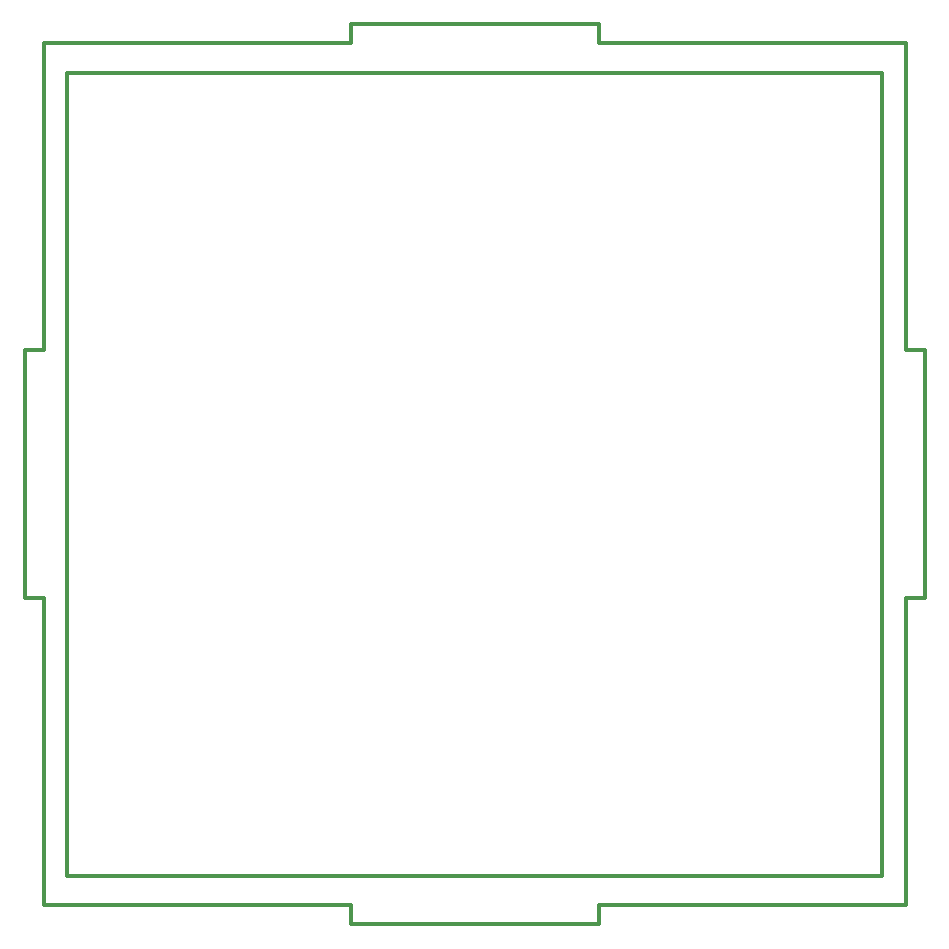
<source format=gbr>
%TF.GenerationSoftware,KiCad,Pcbnew,7.0.5-0*%
%TF.CreationDate,2024-04-01T20:36:26-04:00*%
%TF.ProjectId,swr_meter_front2,7377725f-6d65-4746-9572-5f66726f6e74,rev?*%
%TF.SameCoordinates,Original*%
%TF.FileFunction,Profile,NP*%
%FSLAX46Y46*%
G04 Gerber Fmt 4.6, Leading zero omitted, Abs format (unit mm)*
G04 Created by KiCad (PCBNEW 7.0.5-0) date 2024-04-01 20:36:26*
%MOMM*%
%LPD*%
G01*
G04 APERTURE LIST*
%TA.AperFunction,Profile*%
%ADD10C,0.349999*%
%TD*%
%TA.AperFunction,Profile*%
%ADD11C,0.350000*%
%TD*%
G04 APERTURE END LIST*
D10*
X172000000Y-74000000D02*
X173599460Y-74000000D01*
X130466000Y-29500000D02*
X101000000Y-29500000D01*
X99000000Y-74000000D02*
X97400000Y-74000000D01*
X169996000Y-59000000D02*
X170000000Y-29500000D01*
X99000000Y-53000000D02*
X99000000Y-27000000D01*
X173599460Y-53006000D02*
X173599460Y-74000000D01*
X124999460Y-25400000D02*
X124999460Y-26999999D01*
X172000000Y-100000000D02*
X146000000Y-100000000D01*
X171999460Y-53000000D02*
X173599460Y-53000000D01*
X143966000Y-97500000D02*
X101000000Y-97500000D01*
X143966000Y-97500000D02*
X169996000Y-97500000D01*
X172000000Y-74000000D02*
X172000000Y-100000000D01*
X172000000Y-27000000D02*
X171999460Y-53000000D01*
X124999460Y-26999999D02*
X99000000Y-26999999D01*
X97400000Y-53000000D02*
X99000000Y-53000000D01*
X125000000Y-100000000D02*
X99000000Y-100000000D01*
X125000000Y-100000000D02*
X125000000Y-101600000D01*
X101000000Y-67966000D02*
X101000000Y-29500000D01*
X146000000Y-27000000D02*
X172000000Y-27000000D01*
X146000000Y-101600000D02*
X125000000Y-101600000D01*
X99000000Y-100000000D02*
X99000000Y-74000000D01*
X145999460Y-25400000D02*
X145999460Y-27000000D01*
D11*
X124999460Y-25400000D02*
X145999460Y-25400000D01*
D10*
X130466000Y-29500000D02*
X170000000Y-29500000D01*
D11*
X169996000Y-59000000D02*
X169996000Y-97500000D01*
D10*
X146000000Y-100000000D02*
X146000000Y-101600000D01*
X101000000Y-67966000D02*
X101000000Y-97500000D01*
X97400000Y-74000000D02*
X97400000Y-53000000D01*
M02*

</source>
